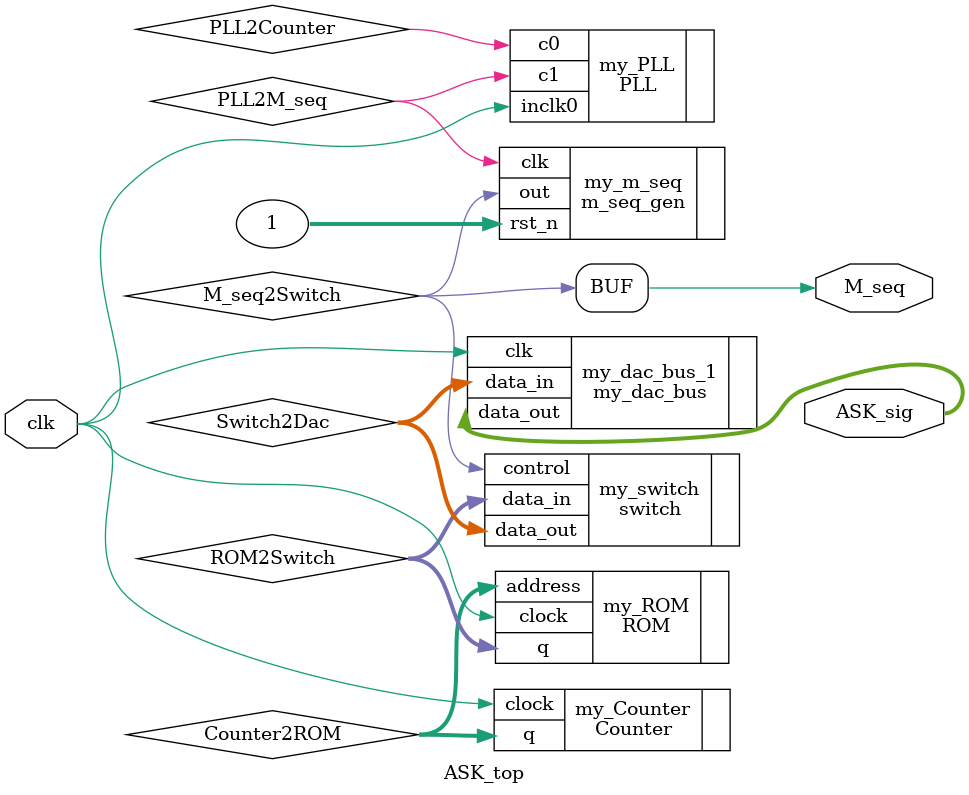
<source format=v>
module ASK_top(
    input clk,
    output M_seq,
    output[9:0] ASK_sig
);


wire PLL2Counter;
wire PLL2M_seq;
wire[7:0] Counter2ROM;
wire[7:0] ROM2Switch;
wire[7:0] Switch2Dac;
wire M_seq2Switch;

PLL my_PLL(
    .inclk0(clk),
    .c0(PLL2Counter),
    .c1(PLL2M_seq)
);
Counter my_Counter(
    .clock(clk),
    .q(Counter2ROM)
);
ROM my_ROM(
    .address(Counter2ROM),
    .clock(clk),
    .q(ROM2Switch)
);
m_seq_gen my_m_seq(
    .clk(PLL2M_seq),
    .rst_n(1),
    .out(M_seq2Switch)
);
switch my_switch(
    .data_in(ROM2Switch),
    .data_out(Switch2Dac),
    .control(M_seq2Switch)
);
my_dac_bus my_dac_bus_1(
    .clk(clk),
    .data_in(Switch2Dac),
    .data_out(ASK_sig)
);

assign M_seq = M_seq2Switch;

endmodule
</source>
